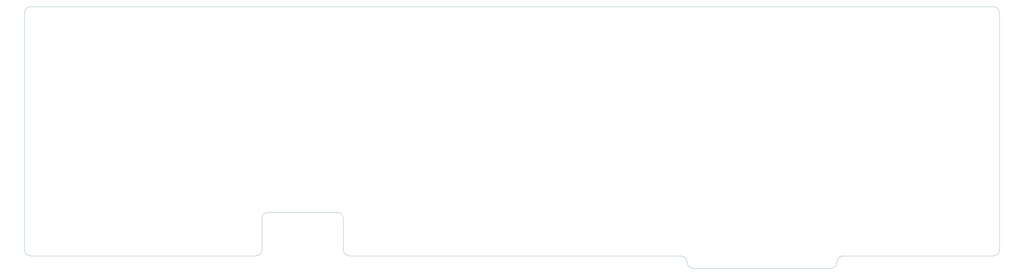
<source format=gbr>
%TF.GenerationSoftware,KiCad,Pcbnew,(6.0.0-rc1-343-g73b39e836d)*%
%TF.CreationDate,2021-12-12T21:31:49-07:00*%
%TF.ProjectId,Z18,5a31382e-6b69-4636-9164-5f7063625858,rev?*%
%TF.SameCoordinates,PX17f2fb4PY122ae10*%
%TF.FileFunction,Profile,NP*%
%FSLAX46Y46*%
G04 Gerber Fmt 4.6, Leading zero omitted, Abs format (unit mm)*
G04 Created by KiCad (PCBNEW (6.0.0-rc1-343-g73b39e836d)) date 2021-12-12 21:31:49*
%MOMM*%
%LPD*%
G01*
G04 APERTURE LIST*
%TA.AperFunction,Profile*%
%ADD10C,0.100000*%
%TD*%
%TA.AperFunction,Profile*%
%ADD11C,0.010000*%
%TD*%
G04 APERTURE END LIST*
D10*
X307181250Y-100012500D02*
G75*
G03*
X309562500Y-97631250I0J2381250D01*
G01*
X369093750Y-95250000D02*
X311943750Y-95250000D01*
X2381250Y0D02*
G75*
G03*
X0Y-2381250I0J-2381250D01*
G01*
D11*
X2381250Y-95250000D02*
X88106250Y-95250000D01*
D10*
X121443764Y-80962500D02*
G75*
G03*
X119062500Y-78581250I-2381264J-14D01*
G01*
X119062500Y-78581250D02*
X92868722Y-78581250D01*
D11*
X0Y-92868750D02*
G75*
G03*
X2381250Y-95250000I2381250J0D01*
G01*
D10*
X88106250Y-95250000D02*
G75*
G03*
X90487500Y-92868750I-7J2381257D01*
G01*
X90487500Y-80962500D02*
X90487500Y-92868750D01*
X0Y-92868750D02*
X0Y-2381250D01*
X371475000Y-2381250D02*
G75*
G03*
X369093750Y0I-2381250J0D01*
G01*
X307181250Y-100012500D02*
X254793750Y-100012500D01*
X2381250Y0D02*
X369093750Y0D01*
X371475000Y-2381250D02*
X371475000Y-92868750D01*
X252412500Y-97631250D02*
G75*
G03*
X254793750Y-100012500I2381250J0D01*
G01*
X92868722Y-78581250D02*
G75*
G03*
X90487500Y-80962500I28J-2381250D01*
G01*
X250031250Y-95250000D02*
X123825014Y-95250000D01*
X121443764Y-92868750D02*
X121443764Y-80962500D01*
X369093750Y-95250000D02*
G75*
G03*
X371475000Y-92868750I0J2381250D01*
G01*
X252412500Y-97631250D02*
G75*
G03*
X250031250Y-95250000I-2381250J0D01*
G01*
X121443764Y-92868750D02*
G75*
G03*
X123825014Y-95250000I2381250J0D01*
G01*
X311943750Y-95250000D02*
G75*
G03*
X309562500Y-97631250I0J-2381250D01*
G01*
M02*

</source>
